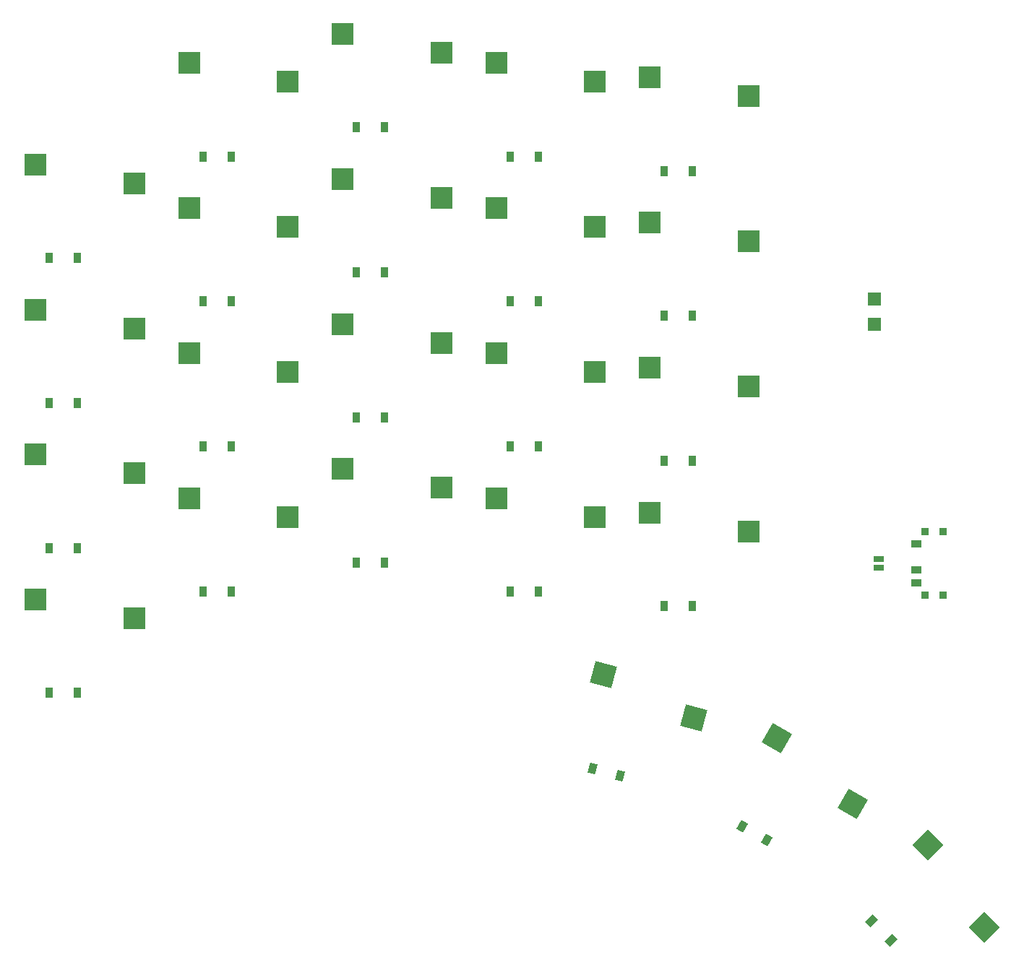
<source format=gbp>
%TF.GenerationSoftware,KiCad,Pcbnew,8.0.2*%
%TF.CreationDate,2024-05-30T16:07:25+01:00*%
%TF.ProjectId,board,626f6172-642e-46b6-9963-61645f706362,0.3*%
%TF.SameCoordinates,Original*%
%TF.FileFunction,Paste,Bot*%
%TF.FilePolarity,Positive*%
%FSLAX46Y46*%
G04 Gerber Fmt 4.6, Leading zero omitted, Abs format (unit mm)*
G04 Created by KiCad (PCBNEW 8.0.2) date 2024-05-30 16:07:25*
%MOMM*%
%LPD*%
G01*
G04 APERTURE LIST*
G04 Aperture macros list*
%AMRotRect*
0 Rectangle, with rotation*
0 The origin of the aperture is its center*
0 $1 length*
0 $2 width*
0 $3 Rotation angle, in degrees counterclockwise*
0 Add horizontal line*
21,1,$1,$2,0,0,$3*%
G04 Aperture macros list end*
%ADD10R,2.600000X2.600000*%
%ADD11R,0.900000X1.200000*%
%ADD12RotRect,0.900000X1.200000X345.000000*%
%ADD13RotRect,2.600000X2.600000X315.000000*%
%ADD14R,1.500000X1.500000*%
%ADD15RotRect,2.600000X2.600000X345.000000*%
%ADD16RotRect,0.900000X1.200000X315.000000*%
%ADD17RotRect,0.900000X1.200000X330.000000*%
%ADD18R,0.900000X0.900000*%
%ADD19R,1.250000X0.900000*%
%ADD20R,1.143000X0.635000*%
%ADD21RotRect,2.600000X2.600000X330.000000*%
G04 APERTURE END LIST*
D10*
%TO.C,S11*%
X32725000Y55250000D03*
X44275000Y53050000D03*
%TD*%
D11*
%TO.C,D9*%
X34350000Y10300000D03*
X37650000Y10300000D03*
%TD*%
D10*
%TO.C,S17*%
X68725000Y16150000D03*
X80275000Y13950000D03*
%TD*%
D11*
%TO.C,D10*%
X34350000Y27300000D03*
X37650000Y27300000D03*
%TD*%
%TO.C,D12*%
X34350000Y61300000D03*
X37650000Y61300000D03*
%TD*%
D10*
%TO.C,S3*%
X-3275000Y39950000D03*
X8275000Y37750000D03*
%TD*%
D12*
%TO.C,D21*%
X62005422Y-13821550D03*
X65192978Y-14675650D03*
%TD*%
D11*
%TO.C,D7*%
X16350000Y40900000D03*
X19650000Y40900000D03*
%TD*%
D10*
%TO.C,S9*%
X32725000Y21250000D03*
X44275000Y19050000D03*
%TD*%
%TO.C,S1*%
X-3275000Y5950000D03*
X8275000Y3750000D03*
%TD*%
%TO.C,S13*%
X50725000Y17850000D03*
X62275000Y15650000D03*
%TD*%
%TO.C,S10*%
X32725000Y38250000D03*
X44275000Y36050000D03*
%TD*%
D13*
%TO.C,S23*%
X101241011Y-22789240D03*
X107852459Y-32511958D03*
%TD*%
D10*
%TO.C,S18*%
X68725000Y33150000D03*
X80275000Y30950000D03*
%TD*%
%TO.C,S4*%
X-3275000Y56950000D03*
X8275000Y54750000D03*
%TD*%
D14*
%TO.C,PAD2*%
X95000000Y41200000D03*
%TD*%
D11*
%TO.C,D8*%
X16350000Y57900000D03*
X19650000Y57900000D03*
%TD*%
D10*
%TO.C,S12*%
X32725000Y72250000D03*
X44275000Y70050000D03*
%TD*%
%TO.C,S6*%
X14725000Y34850000D03*
X26275000Y32650000D03*
%TD*%
D11*
%TO.C,D1*%
X-1650000Y-5000000D03*
X1650000Y-5000000D03*
%TD*%
%TO.C,D3*%
X-1650000Y29000000D03*
X1650000Y29000000D03*
%TD*%
D14*
%TO.C,PAD1*%
X95000000Y38200000D03*
%TD*%
D11*
%TO.C,D4*%
X-1650000Y46000000D03*
X1650000Y46000000D03*
%TD*%
%TO.C,D16*%
X52350000Y57900000D03*
X55650000Y57900000D03*
%TD*%
D10*
%TO.C,S5*%
X14725000Y17850000D03*
X26275000Y15650000D03*
%TD*%
D15*
%TO.C,S21*%
X63269866Y-2824109D03*
X73856908Y-7938506D03*
%TD*%
D10*
%TO.C,S7*%
X14725000Y51850000D03*
X26275000Y49650000D03*
%TD*%
%TO.C,S14*%
X50725000Y34850000D03*
X62275000Y32650000D03*
%TD*%
D16*
%TO.C,D23*%
X94647274Y-31681074D03*
X96980726Y-34014526D03*
%TD*%
D17*
%TO.C,D22*%
X79501958Y-20602700D03*
X82359842Y-22252700D03*
%TD*%
D11*
%TO.C,D20*%
X70350000Y56200000D03*
X73650000Y56200000D03*
%TD*%
D10*
%TO.C,S16*%
X50725000Y68850000D03*
X62275000Y66650000D03*
%TD*%
D11*
%TO.C,D6*%
X16350000Y23900000D03*
X19650000Y23900000D03*
%TD*%
D18*
%TO.C,T2*%
X103100000Y13900000D03*
X100900000Y13900000D03*
X103100000Y6500000D03*
X100900000Y6500000D03*
D19*
X99925000Y12450000D03*
X99925000Y9450000D03*
X99925000Y7950000D03*
%TD*%
D10*
%TO.C,S2*%
X-3275000Y22950000D03*
X8275000Y20750000D03*
%TD*%
D11*
%TO.C,D14*%
X52350000Y23900000D03*
X55650000Y23900000D03*
%TD*%
%TO.C,D13*%
X52350000Y6900000D03*
X55650000Y6900000D03*
%TD*%
%TO.C,D17*%
X70350000Y5200000D03*
X73650000Y5200000D03*
%TD*%
%TO.C,D2*%
X-1650000Y12000000D03*
X1650000Y12000000D03*
%TD*%
D20*
%TO.C,J1*%
X95500000Y10700380D03*
X95500000Y9699620D03*
%TD*%
D11*
%TO.C,D19*%
X70350000Y39200000D03*
X73650000Y39200000D03*
%TD*%
D10*
%TO.C,S20*%
X68725000Y67150000D03*
X80275000Y64950000D03*
%TD*%
%TO.C,S8*%
X14725000Y68850000D03*
X26275000Y66650000D03*
%TD*%
D11*
%TO.C,D11*%
X34350000Y44300000D03*
X37650000Y44300000D03*
%TD*%
D21*
%TO.C,S22*%
X83569667Y-10307149D03*
X92472260Y-17987405D03*
%TD*%
D11*
%TO.C,D18*%
X70350000Y22200000D03*
X73650000Y22200000D03*
%TD*%
D10*
%TO.C,S15*%
X50725000Y51850000D03*
X62275000Y49650000D03*
%TD*%
%TO.C,S19*%
X68725000Y50150000D03*
X80275000Y47950000D03*
%TD*%
D11*
%TO.C,D15*%
X52350000Y40900000D03*
X55650000Y40900000D03*
%TD*%
%TO.C,D5*%
X16350000Y6900000D03*
X19650000Y6900000D03*
%TD*%
M02*

</source>
